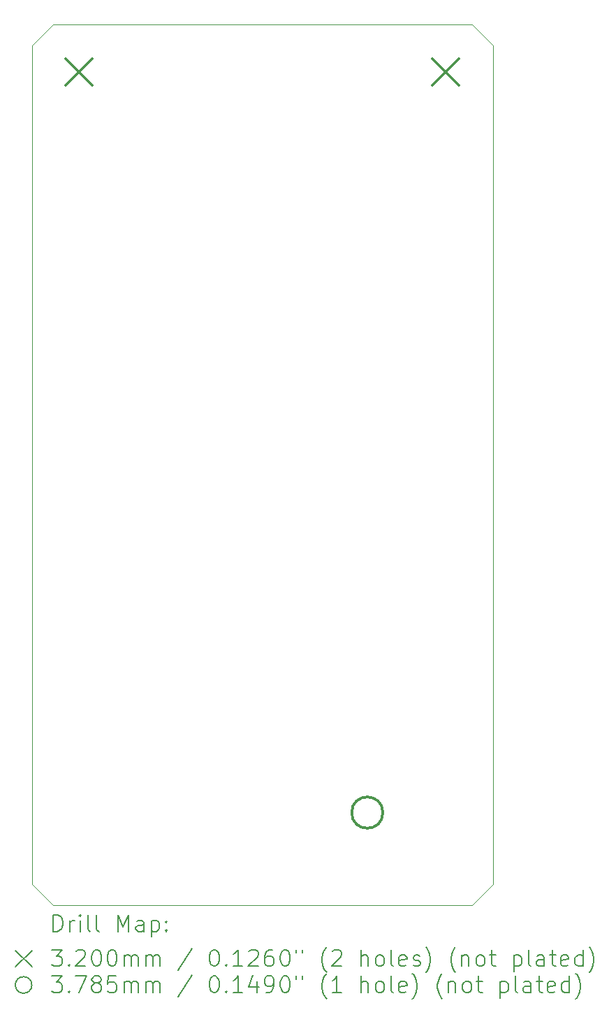
<source format=gbr>
%TF.GenerationSoftware,KiCad,Pcbnew,8.0.3*%
%TF.CreationDate,2024-08-19T01:24:25-04:00*%
%TF.ProjectId,smoke-detector-interface,736d6f6b-652d-4646-9574-6563746f722d,rev?*%
%TF.SameCoordinates,Original*%
%TF.FileFunction,Drillmap*%
%TF.FilePolarity,Positive*%
%FSLAX45Y45*%
G04 Gerber Fmt 4.5, Leading zero omitted, Abs format (unit mm)*
G04 Created by KiCad (PCBNEW 8.0.3) date 2024-08-19 01:24:25*
%MOMM*%
%LPD*%
G01*
G04 APERTURE LIST*
%ADD10C,0.050000*%
%ADD11C,0.200000*%
%ADD12C,0.320000*%
%ADD13C,0.378460*%
G04 APERTURE END LIST*
D10*
X15367000Y-5588000D02*
X15367000Y-15748000D01*
X15113000Y-16002000D01*
X10033000Y-16002000D01*
X9779000Y-15748000D01*
X9779000Y-5588000D01*
X10033000Y-5334000D01*
X15113000Y-5334000D01*
X15367000Y-5588000D01*
D11*
D12*
X10190500Y-5745500D02*
X10510500Y-6065500D01*
X10510500Y-5745500D02*
X10190500Y-6065500D01*
X14635500Y-5745500D02*
X14955500Y-6065500D01*
X14955500Y-5745500D02*
X14635500Y-6065500D01*
D13*
X14032230Y-14876780D02*
G75*
G02*
X13653770Y-14876780I-189230J0D01*
G01*
X13653770Y-14876780D02*
G75*
G02*
X14032230Y-14876780I189230J0D01*
G01*
D11*
X10037277Y-16315984D02*
X10037277Y-16115984D01*
X10037277Y-16115984D02*
X10084896Y-16115984D01*
X10084896Y-16115984D02*
X10113467Y-16125508D01*
X10113467Y-16125508D02*
X10132515Y-16144555D01*
X10132515Y-16144555D02*
X10142039Y-16163603D01*
X10142039Y-16163603D02*
X10151563Y-16201698D01*
X10151563Y-16201698D02*
X10151563Y-16230269D01*
X10151563Y-16230269D02*
X10142039Y-16268365D01*
X10142039Y-16268365D02*
X10132515Y-16287412D01*
X10132515Y-16287412D02*
X10113467Y-16306460D01*
X10113467Y-16306460D02*
X10084896Y-16315984D01*
X10084896Y-16315984D02*
X10037277Y-16315984D01*
X10237277Y-16315984D02*
X10237277Y-16182650D01*
X10237277Y-16220746D02*
X10246801Y-16201698D01*
X10246801Y-16201698D02*
X10256324Y-16192174D01*
X10256324Y-16192174D02*
X10275372Y-16182650D01*
X10275372Y-16182650D02*
X10294420Y-16182650D01*
X10361086Y-16315984D02*
X10361086Y-16182650D01*
X10361086Y-16115984D02*
X10351563Y-16125508D01*
X10351563Y-16125508D02*
X10361086Y-16135031D01*
X10361086Y-16135031D02*
X10370610Y-16125508D01*
X10370610Y-16125508D02*
X10361086Y-16115984D01*
X10361086Y-16115984D02*
X10361086Y-16135031D01*
X10484896Y-16315984D02*
X10465848Y-16306460D01*
X10465848Y-16306460D02*
X10456324Y-16287412D01*
X10456324Y-16287412D02*
X10456324Y-16115984D01*
X10589658Y-16315984D02*
X10570610Y-16306460D01*
X10570610Y-16306460D02*
X10561086Y-16287412D01*
X10561086Y-16287412D02*
X10561086Y-16115984D01*
X10818229Y-16315984D02*
X10818229Y-16115984D01*
X10818229Y-16115984D02*
X10884896Y-16258841D01*
X10884896Y-16258841D02*
X10951563Y-16115984D01*
X10951563Y-16115984D02*
X10951563Y-16315984D01*
X11132515Y-16315984D02*
X11132515Y-16211222D01*
X11132515Y-16211222D02*
X11122991Y-16192174D01*
X11122991Y-16192174D02*
X11103944Y-16182650D01*
X11103944Y-16182650D02*
X11065848Y-16182650D01*
X11065848Y-16182650D02*
X11046801Y-16192174D01*
X11132515Y-16306460D02*
X11113467Y-16315984D01*
X11113467Y-16315984D02*
X11065848Y-16315984D01*
X11065848Y-16315984D02*
X11046801Y-16306460D01*
X11046801Y-16306460D02*
X11037277Y-16287412D01*
X11037277Y-16287412D02*
X11037277Y-16268365D01*
X11037277Y-16268365D02*
X11046801Y-16249317D01*
X11046801Y-16249317D02*
X11065848Y-16239793D01*
X11065848Y-16239793D02*
X11113467Y-16239793D01*
X11113467Y-16239793D02*
X11132515Y-16230269D01*
X11227753Y-16182650D02*
X11227753Y-16382650D01*
X11227753Y-16192174D02*
X11246801Y-16182650D01*
X11246801Y-16182650D02*
X11284896Y-16182650D01*
X11284896Y-16182650D02*
X11303943Y-16192174D01*
X11303943Y-16192174D02*
X11313467Y-16201698D01*
X11313467Y-16201698D02*
X11322991Y-16220746D01*
X11322991Y-16220746D02*
X11322991Y-16277888D01*
X11322991Y-16277888D02*
X11313467Y-16296936D01*
X11313467Y-16296936D02*
X11303943Y-16306460D01*
X11303943Y-16306460D02*
X11284896Y-16315984D01*
X11284896Y-16315984D02*
X11246801Y-16315984D01*
X11246801Y-16315984D02*
X11227753Y-16306460D01*
X11408705Y-16296936D02*
X11418229Y-16306460D01*
X11418229Y-16306460D02*
X11408705Y-16315984D01*
X11408705Y-16315984D02*
X11399182Y-16306460D01*
X11399182Y-16306460D02*
X11408705Y-16296936D01*
X11408705Y-16296936D02*
X11408705Y-16315984D01*
X11408705Y-16192174D02*
X11418229Y-16201698D01*
X11418229Y-16201698D02*
X11408705Y-16211222D01*
X11408705Y-16211222D02*
X11399182Y-16201698D01*
X11399182Y-16201698D02*
X11408705Y-16192174D01*
X11408705Y-16192174D02*
X11408705Y-16211222D01*
X9576500Y-16544500D02*
X9776500Y-16744500D01*
X9776500Y-16544500D02*
X9576500Y-16744500D01*
X10018229Y-16535984D02*
X10142039Y-16535984D01*
X10142039Y-16535984D02*
X10075372Y-16612174D01*
X10075372Y-16612174D02*
X10103944Y-16612174D01*
X10103944Y-16612174D02*
X10122991Y-16621698D01*
X10122991Y-16621698D02*
X10132515Y-16631222D01*
X10132515Y-16631222D02*
X10142039Y-16650269D01*
X10142039Y-16650269D02*
X10142039Y-16697888D01*
X10142039Y-16697888D02*
X10132515Y-16716936D01*
X10132515Y-16716936D02*
X10122991Y-16726460D01*
X10122991Y-16726460D02*
X10103944Y-16735984D01*
X10103944Y-16735984D02*
X10046801Y-16735984D01*
X10046801Y-16735984D02*
X10027753Y-16726460D01*
X10027753Y-16726460D02*
X10018229Y-16716936D01*
X10227753Y-16716936D02*
X10237277Y-16726460D01*
X10237277Y-16726460D02*
X10227753Y-16735984D01*
X10227753Y-16735984D02*
X10218229Y-16726460D01*
X10218229Y-16726460D02*
X10227753Y-16716936D01*
X10227753Y-16716936D02*
X10227753Y-16735984D01*
X10313467Y-16555031D02*
X10322991Y-16545508D01*
X10322991Y-16545508D02*
X10342039Y-16535984D01*
X10342039Y-16535984D02*
X10389658Y-16535984D01*
X10389658Y-16535984D02*
X10408705Y-16545508D01*
X10408705Y-16545508D02*
X10418229Y-16555031D01*
X10418229Y-16555031D02*
X10427753Y-16574079D01*
X10427753Y-16574079D02*
X10427753Y-16593127D01*
X10427753Y-16593127D02*
X10418229Y-16621698D01*
X10418229Y-16621698D02*
X10303944Y-16735984D01*
X10303944Y-16735984D02*
X10427753Y-16735984D01*
X10551563Y-16535984D02*
X10570610Y-16535984D01*
X10570610Y-16535984D02*
X10589658Y-16545508D01*
X10589658Y-16545508D02*
X10599182Y-16555031D01*
X10599182Y-16555031D02*
X10608705Y-16574079D01*
X10608705Y-16574079D02*
X10618229Y-16612174D01*
X10618229Y-16612174D02*
X10618229Y-16659793D01*
X10618229Y-16659793D02*
X10608705Y-16697888D01*
X10608705Y-16697888D02*
X10599182Y-16716936D01*
X10599182Y-16716936D02*
X10589658Y-16726460D01*
X10589658Y-16726460D02*
X10570610Y-16735984D01*
X10570610Y-16735984D02*
X10551563Y-16735984D01*
X10551563Y-16735984D02*
X10532515Y-16726460D01*
X10532515Y-16726460D02*
X10522991Y-16716936D01*
X10522991Y-16716936D02*
X10513467Y-16697888D01*
X10513467Y-16697888D02*
X10503944Y-16659793D01*
X10503944Y-16659793D02*
X10503944Y-16612174D01*
X10503944Y-16612174D02*
X10513467Y-16574079D01*
X10513467Y-16574079D02*
X10522991Y-16555031D01*
X10522991Y-16555031D02*
X10532515Y-16545508D01*
X10532515Y-16545508D02*
X10551563Y-16535984D01*
X10742039Y-16535984D02*
X10761086Y-16535984D01*
X10761086Y-16535984D02*
X10780134Y-16545508D01*
X10780134Y-16545508D02*
X10789658Y-16555031D01*
X10789658Y-16555031D02*
X10799182Y-16574079D01*
X10799182Y-16574079D02*
X10808705Y-16612174D01*
X10808705Y-16612174D02*
X10808705Y-16659793D01*
X10808705Y-16659793D02*
X10799182Y-16697888D01*
X10799182Y-16697888D02*
X10789658Y-16716936D01*
X10789658Y-16716936D02*
X10780134Y-16726460D01*
X10780134Y-16726460D02*
X10761086Y-16735984D01*
X10761086Y-16735984D02*
X10742039Y-16735984D01*
X10742039Y-16735984D02*
X10722991Y-16726460D01*
X10722991Y-16726460D02*
X10713467Y-16716936D01*
X10713467Y-16716936D02*
X10703944Y-16697888D01*
X10703944Y-16697888D02*
X10694420Y-16659793D01*
X10694420Y-16659793D02*
X10694420Y-16612174D01*
X10694420Y-16612174D02*
X10703944Y-16574079D01*
X10703944Y-16574079D02*
X10713467Y-16555031D01*
X10713467Y-16555031D02*
X10722991Y-16545508D01*
X10722991Y-16545508D02*
X10742039Y-16535984D01*
X10894420Y-16735984D02*
X10894420Y-16602650D01*
X10894420Y-16621698D02*
X10903944Y-16612174D01*
X10903944Y-16612174D02*
X10922991Y-16602650D01*
X10922991Y-16602650D02*
X10951563Y-16602650D01*
X10951563Y-16602650D02*
X10970610Y-16612174D01*
X10970610Y-16612174D02*
X10980134Y-16631222D01*
X10980134Y-16631222D02*
X10980134Y-16735984D01*
X10980134Y-16631222D02*
X10989658Y-16612174D01*
X10989658Y-16612174D02*
X11008705Y-16602650D01*
X11008705Y-16602650D02*
X11037277Y-16602650D01*
X11037277Y-16602650D02*
X11056325Y-16612174D01*
X11056325Y-16612174D02*
X11065848Y-16631222D01*
X11065848Y-16631222D02*
X11065848Y-16735984D01*
X11161086Y-16735984D02*
X11161086Y-16602650D01*
X11161086Y-16621698D02*
X11170610Y-16612174D01*
X11170610Y-16612174D02*
X11189658Y-16602650D01*
X11189658Y-16602650D02*
X11218229Y-16602650D01*
X11218229Y-16602650D02*
X11237277Y-16612174D01*
X11237277Y-16612174D02*
X11246801Y-16631222D01*
X11246801Y-16631222D02*
X11246801Y-16735984D01*
X11246801Y-16631222D02*
X11256324Y-16612174D01*
X11256324Y-16612174D02*
X11275372Y-16602650D01*
X11275372Y-16602650D02*
X11303943Y-16602650D01*
X11303943Y-16602650D02*
X11322991Y-16612174D01*
X11322991Y-16612174D02*
X11332515Y-16631222D01*
X11332515Y-16631222D02*
X11332515Y-16735984D01*
X11722991Y-16526460D02*
X11551563Y-16783603D01*
X11980134Y-16535984D02*
X11999182Y-16535984D01*
X11999182Y-16535984D02*
X12018229Y-16545508D01*
X12018229Y-16545508D02*
X12027753Y-16555031D01*
X12027753Y-16555031D02*
X12037277Y-16574079D01*
X12037277Y-16574079D02*
X12046801Y-16612174D01*
X12046801Y-16612174D02*
X12046801Y-16659793D01*
X12046801Y-16659793D02*
X12037277Y-16697888D01*
X12037277Y-16697888D02*
X12027753Y-16716936D01*
X12027753Y-16716936D02*
X12018229Y-16726460D01*
X12018229Y-16726460D02*
X11999182Y-16735984D01*
X11999182Y-16735984D02*
X11980134Y-16735984D01*
X11980134Y-16735984D02*
X11961086Y-16726460D01*
X11961086Y-16726460D02*
X11951563Y-16716936D01*
X11951563Y-16716936D02*
X11942039Y-16697888D01*
X11942039Y-16697888D02*
X11932515Y-16659793D01*
X11932515Y-16659793D02*
X11932515Y-16612174D01*
X11932515Y-16612174D02*
X11942039Y-16574079D01*
X11942039Y-16574079D02*
X11951563Y-16555031D01*
X11951563Y-16555031D02*
X11961086Y-16545508D01*
X11961086Y-16545508D02*
X11980134Y-16535984D01*
X12132515Y-16716936D02*
X12142039Y-16726460D01*
X12142039Y-16726460D02*
X12132515Y-16735984D01*
X12132515Y-16735984D02*
X12122991Y-16726460D01*
X12122991Y-16726460D02*
X12132515Y-16716936D01*
X12132515Y-16716936D02*
X12132515Y-16735984D01*
X12332515Y-16735984D02*
X12218229Y-16735984D01*
X12275372Y-16735984D02*
X12275372Y-16535984D01*
X12275372Y-16535984D02*
X12256325Y-16564555D01*
X12256325Y-16564555D02*
X12237277Y-16583603D01*
X12237277Y-16583603D02*
X12218229Y-16593127D01*
X12408706Y-16555031D02*
X12418229Y-16545508D01*
X12418229Y-16545508D02*
X12437277Y-16535984D01*
X12437277Y-16535984D02*
X12484896Y-16535984D01*
X12484896Y-16535984D02*
X12503944Y-16545508D01*
X12503944Y-16545508D02*
X12513467Y-16555031D01*
X12513467Y-16555031D02*
X12522991Y-16574079D01*
X12522991Y-16574079D02*
X12522991Y-16593127D01*
X12522991Y-16593127D02*
X12513467Y-16621698D01*
X12513467Y-16621698D02*
X12399182Y-16735984D01*
X12399182Y-16735984D02*
X12522991Y-16735984D01*
X12694420Y-16535984D02*
X12656325Y-16535984D01*
X12656325Y-16535984D02*
X12637277Y-16545508D01*
X12637277Y-16545508D02*
X12627753Y-16555031D01*
X12627753Y-16555031D02*
X12608706Y-16583603D01*
X12608706Y-16583603D02*
X12599182Y-16621698D01*
X12599182Y-16621698D02*
X12599182Y-16697888D01*
X12599182Y-16697888D02*
X12608706Y-16716936D01*
X12608706Y-16716936D02*
X12618229Y-16726460D01*
X12618229Y-16726460D02*
X12637277Y-16735984D01*
X12637277Y-16735984D02*
X12675372Y-16735984D01*
X12675372Y-16735984D02*
X12694420Y-16726460D01*
X12694420Y-16726460D02*
X12703944Y-16716936D01*
X12703944Y-16716936D02*
X12713467Y-16697888D01*
X12713467Y-16697888D02*
X12713467Y-16650269D01*
X12713467Y-16650269D02*
X12703944Y-16631222D01*
X12703944Y-16631222D02*
X12694420Y-16621698D01*
X12694420Y-16621698D02*
X12675372Y-16612174D01*
X12675372Y-16612174D02*
X12637277Y-16612174D01*
X12637277Y-16612174D02*
X12618229Y-16621698D01*
X12618229Y-16621698D02*
X12608706Y-16631222D01*
X12608706Y-16631222D02*
X12599182Y-16650269D01*
X12837277Y-16535984D02*
X12856325Y-16535984D01*
X12856325Y-16535984D02*
X12875372Y-16545508D01*
X12875372Y-16545508D02*
X12884896Y-16555031D01*
X12884896Y-16555031D02*
X12894420Y-16574079D01*
X12894420Y-16574079D02*
X12903944Y-16612174D01*
X12903944Y-16612174D02*
X12903944Y-16659793D01*
X12903944Y-16659793D02*
X12894420Y-16697888D01*
X12894420Y-16697888D02*
X12884896Y-16716936D01*
X12884896Y-16716936D02*
X12875372Y-16726460D01*
X12875372Y-16726460D02*
X12856325Y-16735984D01*
X12856325Y-16735984D02*
X12837277Y-16735984D01*
X12837277Y-16735984D02*
X12818229Y-16726460D01*
X12818229Y-16726460D02*
X12808706Y-16716936D01*
X12808706Y-16716936D02*
X12799182Y-16697888D01*
X12799182Y-16697888D02*
X12789658Y-16659793D01*
X12789658Y-16659793D02*
X12789658Y-16612174D01*
X12789658Y-16612174D02*
X12799182Y-16574079D01*
X12799182Y-16574079D02*
X12808706Y-16555031D01*
X12808706Y-16555031D02*
X12818229Y-16545508D01*
X12818229Y-16545508D02*
X12837277Y-16535984D01*
X12980134Y-16535984D02*
X12980134Y-16574079D01*
X13056325Y-16535984D02*
X13056325Y-16574079D01*
X13351563Y-16812174D02*
X13342039Y-16802650D01*
X13342039Y-16802650D02*
X13322991Y-16774079D01*
X13322991Y-16774079D02*
X13313468Y-16755031D01*
X13313468Y-16755031D02*
X13303944Y-16726460D01*
X13303944Y-16726460D02*
X13294420Y-16678841D01*
X13294420Y-16678841D02*
X13294420Y-16640746D01*
X13294420Y-16640746D02*
X13303944Y-16593127D01*
X13303944Y-16593127D02*
X13313468Y-16564555D01*
X13313468Y-16564555D02*
X13322991Y-16545508D01*
X13322991Y-16545508D02*
X13342039Y-16516936D01*
X13342039Y-16516936D02*
X13351563Y-16507412D01*
X13418229Y-16555031D02*
X13427753Y-16545508D01*
X13427753Y-16545508D02*
X13446801Y-16535984D01*
X13446801Y-16535984D02*
X13494420Y-16535984D01*
X13494420Y-16535984D02*
X13513468Y-16545508D01*
X13513468Y-16545508D02*
X13522991Y-16555031D01*
X13522991Y-16555031D02*
X13532515Y-16574079D01*
X13532515Y-16574079D02*
X13532515Y-16593127D01*
X13532515Y-16593127D02*
X13522991Y-16621698D01*
X13522991Y-16621698D02*
X13408706Y-16735984D01*
X13408706Y-16735984D02*
X13532515Y-16735984D01*
X13770610Y-16735984D02*
X13770610Y-16535984D01*
X13856325Y-16735984D02*
X13856325Y-16631222D01*
X13856325Y-16631222D02*
X13846801Y-16612174D01*
X13846801Y-16612174D02*
X13827753Y-16602650D01*
X13827753Y-16602650D02*
X13799182Y-16602650D01*
X13799182Y-16602650D02*
X13780134Y-16612174D01*
X13780134Y-16612174D02*
X13770610Y-16621698D01*
X13980134Y-16735984D02*
X13961087Y-16726460D01*
X13961087Y-16726460D02*
X13951563Y-16716936D01*
X13951563Y-16716936D02*
X13942039Y-16697888D01*
X13942039Y-16697888D02*
X13942039Y-16640746D01*
X13942039Y-16640746D02*
X13951563Y-16621698D01*
X13951563Y-16621698D02*
X13961087Y-16612174D01*
X13961087Y-16612174D02*
X13980134Y-16602650D01*
X13980134Y-16602650D02*
X14008706Y-16602650D01*
X14008706Y-16602650D02*
X14027753Y-16612174D01*
X14027753Y-16612174D02*
X14037277Y-16621698D01*
X14037277Y-16621698D02*
X14046801Y-16640746D01*
X14046801Y-16640746D02*
X14046801Y-16697888D01*
X14046801Y-16697888D02*
X14037277Y-16716936D01*
X14037277Y-16716936D02*
X14027753Y-16726460D01*
X14027753Y-16726460D02*
X14008706Y-16735984D01*
X14008706Y-16735984D02*
X13980134Y-16735984D01*
X14161087Y-16735984D02*
X14142039Y-16726460D01*
X14142039Y-16726460D02*
X14132515Y-16707412D01*
X14132515Y-16707412D02*
X14132515Y-16535984D01*
X14313468Y-16726460D02*
X14294420Y-16735984D01*
X14294420Y-16735984D02*
X14256325Y-16735984D01*
X14256325Y-16735984D02*
X14237277Y-16726460D01*
X14237277Y-16726460D02*
X14227753Y-16707412D01*
X14227753Y-16707412D02*
X14227753Y-16631222D01*
X14227753Y-16631222D02*
X14237277Y-16612174D01*
X14237277Y-16612174D02*
X14256325Y-16602650D01*
X14256325Y-16602650D02*
X14294420Y-16602650D01*
X14294420Y-16602650D02*
X14313468Y-16612174D01*
X14313468Y-16612174D02*
X14322991Y-16631222D01*
X14322991Y-16631222D02*
X14322991Y-16650269D01*
X14322991Y-16650269D02*
X14227753Y-16669317D01*
X14399182Y-16726460D02*
X14418230Y-16735984D01*
X14418230Y-16735984D02*
X14456325Y-16735984D01*
X14456325Y-16735984D02*
X14475372Y-16726460D01*
X14475372Y-16726460D02*
X14484896Y-16707412D01*
X14484896Y-16707412D02*
X14484896Y-16697888D01*
X14484896Y-16697888D02*
X14475372Y-16678841D01*
X14475372Y-16678841D02*
X14456325Y-16669317D01*
X14456325Y-16669317D02*
X14427753Y-16669317D01*
X14427753Y-16669317D02*
X14408706Y-16659793D01*
X14408706Y-16659793D02*
X14399182Y-16640746D01*
X14399182Y-16640746D02*
X14399182Y-16631222D01*
X14399182Y-16631222D02*
X14408706Y-16612174D01*
X14408706Y-16612174D02*
X14427753Y-16602650D01*
X14427753Y-16602650D02*
X14456325Y-16602650D01*
X14456325Y-16602650D02*
X14475372Y-16612174D01*
X14551563Y-16812174D02*
X14561087Y-16802650D01*
X14561087Y-16802650D02*
X14580134Y-16774079D01*
X14580134Y-16774079D02*
X14589658Y-16755031D01*
X14589658Y-16755031D02*
X14599182Y-16726460D01*
X14599182Y-16726460D02*
X14608706Y-16678841D01*
X14608706Y-16678841D02*
X14608706Y-16640746D01*
X14608706Y-16640746D02*
X14599182Y-16593127D01*
X14599182Y-16593127D02*
X14589658Y-16564555D01*
X14589658Y-16564555D02*
X14580134Y-16545508D01*
X14580134Y-16545508D02*
X14561087Y-16516936D01*
X14561087Y-16516936D02*
X14551563Y-16507412D01*
X14913468Y-16812174D02*
X14903944Y-16802650D01*
X14903944Y-16802650D02*
X14884896Y-16774079D01*
X14884896Y-16774079D02*
X14875372Y-16755031D01*
X14875372Y-16755031D02*
X14865849Y-16726460D01*
X14865849Y-16726460D02*
X14856325Y-16678841D01*
X14856325Y-16678841D02*
X14856325Y-16640746D01*
X14856325Y-16640746D02*
X14865849Y-16593127D01*
X14865849Y-16593127D02*
X14875372Y-16564555D01*
X14875372Y-16564555D02*
X14884896Y-16545508D01*
X14884896Y-16545508D02*
X14903944Y-16516936D01*
X14903944Y-16516936D02*
X14913468Y-16507412D01*
X14989658Y-16602650D02*
X14989658Y-16735984D01*
X14989658Y-16621698D02*
X14999182Y-16612174D01*
X14999182Y-16612174D02*
X15018230Y-16602650D01*
X15018230Y-16602650D02*
X15046801Y-16602650D01*
X15046801Y-16602650D02*
X15065849Y-16612174D01*
X15065849Y-16612174D02*
X15075372Y-16631222D01*
X15075372Y-16631222D02*
X15075372Y-16735984D01*
X15199182Y-16735984D02*
X15180134Y-16726460D01*
X15180134Y-16726460D02*
X15170611Y-16716936D01*
X15170611Y-16716936D02*
X15161087Y-16697888D01*
X15161087Y-16697888D02*
X15161087Y-16640746D01*
X15161087Y-16640746D02*
X15170611Y-16621698D01*
X15170611Y-16621698D02*
X15180134Y-16612174D01*
X15180134Y-16612174D02*
X15199182Y-16602650D01*
X15199182Y-16602650D02*
X15227753Y-16602650D01*
X15227753Y-16602650D02*
X15246801Y-16612174D01*
X15246801Y-16612174D02*
X15256325Y-16621698D01*
X15256325Y-16621698D02*
X15265849Y-16640746D01*
X15265849Y-16640746D02*
X15265849Y-16697888D01*
X15265849Y-16697888D02*
X15256325Y-16716936D01*
X15256325Y-16716936D02*
X15246801Y-16726460D01*
X15246801Y-16726460D02*
X15227753Y-16735984D01*
X15227753Y-16735984D02*
X15199182Y-16735984D01*
X15322992Y-16602650D02*
X15399182Y-16602650D01*
X15351563Y-16535984D02*
X15351563Y-16707412D01*
X15351563Y-16707412D02*
X15361087Y-16726460D01*
X15361087Y-16726460D02*
X15380134Y-16735984D01*
X15380134Y-16735984D02*
X15399182Y-16735984D01*
X15618230Y-16602650D02*
X15618230Y-16802650D01*
X15618230Y-16612174D02*
X15637277Y-16602650D01*
X15637277Y-16602650D02*
X15675373Y-16602650D01*
X15675373Y-16602650D02*
X15694420Y-16612174D01*
X15694420Y-16612174D02*
X15703944Y-16621698D01*
X15703944Y-16621698D02*
X15713468Y-16640746D01*
X15713468Y-16640746D02*
X15713468Y-16697888D01*
X15713468Y-16697888D02*
X15703944Y-16716936D01*
X15703944Y-16716936D02*
X15694420Y-16726460D01*
X15694420Y-16726460D02*
X15675373Y-16735984D01*
X15675373Y-16735984D02*
X15637277Y-16735984D01*
X15637277Y-16735984D02*
X15618230Y-16726460D01*
X15827753Y-16735984D02*
X15808706Y-16726460D01*
X15808706Y-16726460D02*
X15799182Y-16707412D01*
X15799182Y-16707412D02*
X15799182Y-16535984D01*
X15989658Y-16735984D02*
X15989658Y-16631222D01*
X15989658Y-16631222D02*
X15980134Y-16612174D01*
X15980134Y-16612174D02*
X15961087Y-16602650D01*
X15961087Y-16602650D02*
X15922992Y-16602650D01*
X15922992Y-16602650D02*
X15903944Y-16612174D01*
X15989658Y-16726460D02*
X15970611Y-16735984D01*
X15970611Y-16735984D02*
X15922992Y-16735984D01*
X15922992Y-16735984D02*
X15903944Y-16726460D01*
X15903944Y-16726460D02*
X15894420Y-16707412D01*
X15894420Y-16707412D02*
X15894420Y-16688365D01*
X15894420Y-16688365D02*
X15903944Y-16669317D01*
X15903944Y-16669317D02*
X15922992Y-16659793D01*
X15922992Y-16659793D02*
X15970611Y-16659793D01*
X15970611Y-16659793D02*
X15989658Y-16650269D01*
X16056325Y-16602650D02*
X16132515Y-16602650D01*
X16084896Y-16535984D02*
X16084896Y-16707412D01*
X16084896Y-16707412D02*
X16094420Y-16726460D01*
X16094420Y-16726460D02*
X16113468Y-16735984D01*
X16113468Y-16735984D02*
X16132515Y-16735984D01*
X16275373Y-16726460D02*
X16256325Y-16735984D01*
X16256325Y-16735984D02*
X16218230Y-16735984D01*
X16218230Y-16735984D02*
X16199182Y-16726460D01*
X16199182Y-16726460D02*
X16189658Y-16707412D01*
X16189658Y-16707412D02*
X16189658Y-16631222D01*
X16189658Y-16631222D02*
X16199182Y-16612174D01*
X16199182Y-16612174D02*
X16218230Y-16602650D01*
X16218230Y-16602650D02*
X16256325Y-16602650D01*
X16256325Y-16602650D02*
X16275373Y-16612174D01*
X16275373Y-16612174D02*
X16284896Y-16631222D01*
X16284896Y-16631222D02*
X16284896Y-16650269D01*
X16284896Y-16650269D02*
X16189658Y-16669317D01*
X16456325Y-16735984D02*
X16456325Y-16535984D01*
X16456325Y-16726460D02*
X16437277Y-16735984D01*
X16437277Y-16735984D02*
X16399182Y-16735984D01*
X16399182Y-16735984D02*
X16380134Y-16726460D01*
X16380134Y-16726460D02*
X16370611Y-16716936D01*
X16370611Y-16716936D02*
X16361087Y-16697888D01*
X16361087Y-16697888D02*
X16361087Y-16640746D01*
X16361087Y-16640746D02*
X16370611Y-16621698D01*
X16370611Y-16621698D02*
X16380134Y-16612174D01*
X16380134Y-16612174D02*
X16399182Y-16602650D01*
X16399182Y-16602650D02*
X16437277Y-16602650D01*
X16437277Y-16602650D02*
X16456325Y-16612174D01*
X16532515Y-16812174D02*
X16542039Y-16802650D01*
X16542039Y-16802650D02*
X16561087Y-16774079D01*
X16561087Y-16774079D02*
X16570611Y-16755031D01*
X16570611Y-16755031D02*
X16580134Y-16726460D01*
X16580134Y-16726460D02*
X16589658Y-16678841D01*
X16589658Y-16678841D02*
X16589658Y-16640746D01*
X16589658Y-16640746D02*
X16580134Y-16593127D01*
X16580134Y-16593127D02*
X16570611Y-16564555D01*
X16570611Y-16564555D02*
X16561087Y-16545508D01*
X16561087Y-16545508D02*
X16542039Y-16516936D01*
X16542039Y-16516936D02*
X16532515Y-16507412D01*
X9776500Y-16964500D02*
G75*
G02*
X9576500Y-16964500I-100000J0D01*
G01*
X9576500Y-16964500D02*
G75*
G02*
X9776500Y-16964500I100000J0D01*
G01*
X10018229Y-16855984D02*
X10142039Y-16855984D01*
X10142039Y-16855984D02*
X10075372Y-16932174D01*
X10075372Y-16932174D02*
X10103944Y-16932174D01*
X10103944Y-16932174D02*
X10122991Y-16941698D01*
X10122991Y-16941698D02*
X10132515Y-16951222D01*
X10132515Y-16951222D02*
X10142039Y-16970270D01*
X10142039Y-16970270D02*
X10142039Y-17017889D01*
X10142039Y-17017889D02*
X10132515Y-17036936D01*
X10132515Y-17036936D02*
X10122991Y-17046460D01*
X10122991Y-17046460D02*
X10103944Y-17055984D01*
X10103944Y-17055984D02*
X10046801Y-17055984D01*
X10046801Y-17055984D02*
X10027753Y-17046460D01*
X10027753Y-17046460D02*
X10018229Y-17036936D01*
X10227753Y-17036936D02*
X10237277Y-17046460D01*
X10237277Y-17046460D02*
X10227753Y-17055984D01*
X10227753Y-17055984D02*
X10218229Y-17046460D01*
X10218229Y-17046460D02*
X10227753Y-17036936D01*
X10227753Y-17036936D02*
X10227753Y-17055984D01*
X10303944Y-16855984D02*
X10437277Y-16855984D01*
X10437277Y-16855984D02*
X10351563Y-17055984D01*
X10542039Y-16941698D02*
X10522991Y-16932174D01*
X10522991Y-16932174D02*
X10513467Y-16922650D01*
X10513467Y-16922650D02*
X10503944Y-16903603D01*
X10503944Y-16903603D02*
X10503944Y-16894079D01*
X10503944Y-16894079D02*
X10513467Y-16875031D01*
X10513467Y-16875031D02*
X10522991Y-16865508D01*
X10522991Y-16865508D02*
X10542039Y-16855984D01*
X10542039Y-16855984D02*
X10580134Y-16855984D01*
X10580134Y-16855984D02*
X10599182Y-16865508D01*
X10599182Y-16865508D02*
X10608705Y-16875031D01*
X10608705Y-16875031D02*
X10618229Y-16894079D01*
X10618229Y-16894079D02*
X10618229Y-16903603D01*
X10618229Y-16903603D02*
X10608705Y-16922650D01*
X10608705Y-16922650D02*
X10599182Y-16932174D01*
X10599182Y-16932174D02*
X10580134Y-16941698D01*
X10580134Y-16941698D02*
X10542039Y-16941698D01*
X10542039Y-16941698D02*
X10522991Y-16951222D01*
X10522991Y-16951222D02*
X10513467Y-16960746D01*
X10513467Y-16960746D02*
X10503944Y-16979793D01*
X10503944Y-16979793D02*
X10503944Y-17017889D01*
X10503944Y-17017889D02*
X10513467Y-17036936D01*
X10513467Y-17036936D02*
X10522991Y-17046460D01*
X10522991Y-17046460D02*
X10542039Y-17055984D01*
X10542039Y-17055984D02*
X10580134Y-17055984D01*
X10580134Y-17055984D02*
X10599182Y-17046460D01*
X10599182Y-17046460D02*
X10608705Y-17036936D01*
X10608705Y-17036936D02*
X10618229Y-17017889D01*
X10618229Y-17017889D02*
X10618229Y-16979793D01*
X10618229Y-16979793D02*
X10608705Y-16960746D01*
X10608705Y-16960746D02*
X10599182Y-16951222D01*
X10599182Y-16951222D02*
X10580134Y-16941698D01*
X10799182Y-16855984D02*
X10703944Y-16855984D01*
X10703944Y-16855984D02*
X10694420Y-16951222D01*
X10694420Y-16951222D02*
X10703944Y-16941698D01*
X10703944Y-16941698D02*
X10722991Y-16932174D01*
X10722991Y-16932174D02*
X10770610Y-16932174D01*
X10770610Y-16932174D02*
X10789658Y-16941698D01*
X10789658Y-16941698D02*
X10799182Y-16951222D01*
X10799182Y-16951222D02*
X10808705Y-16970270D01*
X10808705Y-16970270D02*
X10808705Y-17017889D01*
X10808705Y-17017889D02*
X10799182Y-17036936D01*
X10799182Y-17036936D02*
X10789658Y-17046460D01*
X10789658Y-17046460D02*
X10770610Y-17055984D01*
X10770610Y-17055984D02*
X10722991Y-17055984D01*
X10722991Y-17055984D02*
X10703944Y-17046460D01*
X10703944Y-17046460D02*
X10694420Y-17036936D01*
X10894420Y-17055984D02*
X10894420Y-16922650D01*
X10894420Y-16941698D02*
X10903944Y-16932174D01*
X10903944Y-16932174D02*
X10922991Y-16922650D01*
X10922991Y-16922650D02*
X10951563Y-16922650D01*
X10951563Y-16922650D02*
X10970610Y-16932174D01*
X10970610Y-16932174D02*
X10980134Y-16951222D01*
X10980134Y-16951222D02*
X10980134Y-17055984D01*
X10980134Y-16951222D02*
X10989658Y-16932174D01*
X10989658Y-16932174D02*
X11008705Y-16922650D01*
X11008705Y-16922650D02*
X11037277Y-16922650D01*
X11037277Y-16922650D02*
X11056325Y-16932174D01*
X11056325Y-16932174D02*
X11065848Y-16951222D01*
X11065848Y-16951222D02*
X11065848Y-17055984D01*
X11161086Y-17055984D02*
X11161086Y-16922650D01*
X11161086Y-16941698D02*
X11170610Y-16932174D01*
X11170610Y-16932174D02*
X11189658Y-16922650D01*
X11189658Y-16922650D02*
X11218229Y-16922650D01*
X11218229Y-16922650D02*
X11237277Y-16932174D01*
X11237277Y-16932174D02*
X11246801Y-16951222D01*
X11246801Y-16951222D02*
X11246801Y-17055984D01*
X11246801Y-16951222D02*
X11256324Y-16932174D01*
X11256324Y-16932174D02*
X11275372Y-16922650D01*
X11275372Y-16922650D02*
X11303943Y-16922650D01*
X11303943Y-16922650D02*
X11322991Y-16932174D01*
X11322991Y-16932174D02*
X11332515Y-16951222D01*
X11332515Y-16951222D02*
X11332515Y-17055984D01*
X11722991Y-16846460D02*
X11551563Y-17103603D01*
X11980134Y-16855984D02*
X11999182Y-16855984D01*
X11999182Y-16855984D02*
X12018229Y-16865508D01*
X12018229Y-16865508D02*
X12027753Y-16875031D01*
X12027753Y-16875031D02*
X12037277Y-16894079D01*
X12037277Y-16894079D02*
X12046801Y-16932174D01*
X12046801Y-16932174D02*
X12046801Y-16979793D01*
X12046801Y-16979793D02*
X12037277Y-17017889D01*
X12037277Y-17017889D02*
X12027753Y-17036936D01*
X12027753Y-17036936D02*
X12018229Y-17046460D01*
X12018229Y-17046460D02*
X11999182Y-17055984D01*
X11999182Y-17055984D02*
X11980134Y-17055984D01*
X11980134Y-17055984D02*
X11961086Y-17046460D01*
X11961086Y-17046460D02*
X11951563Y-17036936D01*
X11951563Y-17036936D02*
X11942039Y-17017889D01*
X11942039Y-17017889D02*
X11932515Y-16979793D01*
X11932515Y-16979793D02*
X11932515Y-16932174D01*
X11932515Y-16932174D02*
X11942039Y-16894079D01*
X11942039Y-16894079D02*
X11951563Y-16875031D01*
X11951563Y-16875031D02*
X11961086Y-16865508D01*
X11961086Y-16865508D02*
X11980134Y-16855984D01*
X12132515Y-17036936D02*
X12142039Y-17046460D01*
X12142039Y-17046460D02*
X12132515Y-17055984D01*
X12132515Y-17055984D02*
X12122991Y-17046460D01*
X12122991Y-17046460D02*
X12132515Y-17036936D01*
X12132515Y-17036936D02*
X12132515Y-17055984D01*
X12332515Y-17055984D02*
X12218229Y-17055984D01*
X12275372Y-17055984D02*
X12275372Y-16855984D01*
X12275372Y-16855984D02*
X12256325Y-16884555D01*
X12256325Y-16884555D02*
X12237277Y-16903603D01*
X12237277Y-16903603D02*
X12218229Y-16913127D01*
X12503944Y-16922650D02*
X12503944Y-17055984D01*
X12456325Y-16846460D02*
X12408706Y-16989317D01*
X12408706Y-16989317D02*
X12532515Y-16989317D01*
X12618229Y-17055984D02*
X12656325Y-17055984D01*
X12656325Y-17055984D02*
X12675372Y-17046460D01*
X12675372Y-17046460D02*
X12684896Y-17036936D01*
X12684896Y-17036936D02*
X12703944Y-17008365D01*
X12703944Y-17008365D02*
X12713467Y-16970270D01*
X12713467Y-16970270D02*
X12713467Y-16894079D01*
X12713467Y-16894079D02*
X12703944Y-16875031D01*
X12703944Y-16875031D02*
X12694420Y-16865508D01*
X12694420Y-16865508D02*
X12675372Y-16855984D01*
X12675372Y-16855984D02*
X12637277Y-16855984D01*
X12637277Y-16855984D02*
X12618229Y-16865508D01*
X12618229Y-16865508D02*
X12608706Y-16875031D01*
X12608706Y-16875031D02*
X12599182Y-16894079D01*
X12599182Y-16894079D02*
X12599182Y-16941698D01*
X12599182Y-16941698D02*
X12608706Y-16960746D01*
X12608706Y-16960746D02*
X12618229Y-16970270D01*
X12618229Y-16970270D02*
X12637277Y-16979793D01*
X12637277Y-16979793D02*
X12675372Y-16979793D01*
X12675372Y-16979793D02*
X12694420Y-16970270D01*
X12694420Y-16970270D02*
X12703944Y-16960746D01*
X12703944Y-16960746D02*
X12713467Y-16941698D01*
X12837277Y-16855984D02*
X12856325Y-16855984D01*
X12856325Y-16855984D02*
X12875372Y-16865508D01*
X12875372Y-16865508D02*
X12884896Y-16875031D01*
X12884896Y-16875031D02*
X12894420Y-16894079D01*
X12894420Y-16894079D02*
X12903944Y-16932174D01*
X12903944Y-16932174D02*
X12903944Y-16979793D01*
X12903944Y-16979793D02*
X12894420Y-17017889D01*
X12894420Y-17017889D02*
X12884896Y-17036936D01*
X12884896Y-17036936D02*
X12875372Y-17046460D01*
X12875372Y-17046460D02*
X12856325Y-17055984D01*
X12856325Y-17055984D02*
X12837277Y-17055984D01*
X12837277Y-17055984D02*
X12818229Y-17046460D01*
X12818229Y-17046460D02*
X12808706Y-17036936D01*
X12808706Y-17036936D02*
X12799182Y-17017889D01*
X12799182Y-17017889D02*
X12789658Y-16979793D01*
X12789658Y-16979793D02*
X12789658Y-16932174D01*
X12789658Y-16932174D02*
X12799182Y-16894079D01*
X12799182Y-16894079D02*
X12808706Y-16875031D01*
X12808706Y-16875031D02*
X12818229Y-16865508D01*
X12818229Y-16865508D02*
X12837277Y-16855984D01*
X12980134Y-16855984D02*
X12980134Y-16894079D01*
X13056325Y-16855984D02*
X13056325Y-16894079D01*
X13351563Y-17132174D02*
X13342039Y-17122650D01*
X13342039Y-17122650D02*
X13322991Y-17094079D01*
X13322991Y-17094079D02*
X13313468Y-17075031D01*
X13313468Y-17075031D02*
X13303944Y-17046460D01*
X13303944Y-17046460D02*
X13294420Y-16998841D01*
X13294420Y-16998841D02*
X13294420Y-16960746D01*
X13294420Y-16960746D02*
X13303944Y-16913127D01*
X13303944Y-16913127D02*
X13313468Y-16884555D01*
X13313468Y-16884555D02*
X13322991Y-16865508D01*
X13322991Y-16865508D02*
X13342039Y-16836936D01*
X13342039Y-16836936D02*
X13351563Y-16827412D01*
X13532515Y-17055984D02*
X13418229Y-17055984D01*
X13475372Y-17055984D02*
X13475372Y-16855984D01*
X13475372Y-16855984D02*
X13456325Y-16884555D01*
X13456325Y-16884555D02*
X13437277Y-16903603D01*
X13437277Y-16903603D02*
X13418229Y-16913127D01*
X13770610Y-17055984D02*
X13770610Y-16855984D01*
X13856325Y-17055984D02*
X13856325Y-16951222D01*
X13856325Y-16951222D02*
X13846801Y-16932174D01*
X13846801Y-16932174D02*
X13827753Y-16922650D01*
X13827753Y-16922650D02*
X13799182Y-16922650D01*
X13799182Y-16922650D02*
X13780134Y-16932174D01*
X13780134Y-16932174D02*
X13770610Y-16941698D01*
X13980134Y-17055984D02*
X13961087Y-17046460D01*
X13961087Y-17046460D02*
X13951563Y-17036936D01*
X13951563Y-17036936D02*
X13942039Y-17017889D01*
X13942039Y-17017889D02*
X13942039Y-16960746D01*
X13942039Y-16960746D02*
X13951563Y-16941698D01*
X13951563Y-16941698D02*
X13961087Y-16932174D01*
X13961087Y-16932174D02*
X13980134Y-16922650D01*
X13980134Y-16922650D02*
X14008706Y-16922650D01*
X14008706Y-16922650D02*
X14027753Y-16932174D01*
X14027753Y-16932174D02*
X14037277Y-16941698D01*
X14037277Y-16941698D02*
X14046801Y-16960746D01*
X14046801Y-16960746D02*
X14046801Y-17017889D01*
X14046801Y-17017889D02*
X14037277Y-17036936D01*
X14037277Y-17036936D02*
X14027753Y-17046460D01*
X14027753Y-17046460D02*
X14008706Y-17055984D01*
X14008706Y-17055984D02*
X13980134Y-17055984D01*
X14161087Y-17055984D02*
X14142039Y-17046460D01*
X14142039Y-17046460D02*
X14132515Y-17027412D01*
X14132515Y-17027412D02*
X14132515Y-16855984D01*
X14313468Y-17046460D02*
X14294420Y-17055984D01*
X14294420Y-17055984D02*
X14256325Y-17055984D01*
X14256325Y-17055984D02*
X14237277Y-17046460D01*
X14237277Y-17046460D02*
X14227753Y-17027412D01*
X14227753Y-17027412D02*
X14227753Y-16951222D01*
X14227753Y-16951222D02*
X14237277Y-16932174D01*
X14237277Y-16932174D02*
X14256325Y-16922650D01*
X14256325Y-16922650D02*
X14294420Y-16922650D01*
X14294420Y-16922650D02*
X14313468Y-16932174D01*
X14313468Y-16932174D02*
X14322991Y-16951222D01*
X14322991Y-16951222D02*
X14322991Y-16970270D01*
X14322991Y-16970270D02*
X14227753Y-16989317D01*
X14389658Y-17132174D02*
X14399182Y-17122650D01*
X14399182Y-17122650D02*
X14418230Y-17094079D01*
X14418230Y-17094079D02*
X14427753Y-17075031D01*
X14427753Y-17075031D02*
X14437277Y-17046460D01*
X14437277Y-17046460D02*
X14446801Y-16998841D01*
X14446801Y-16998841D02*
X14446801Y-16960746D01*
X14446801Y-16960746D02*
X14437277Y-16913127D01*
X14437277Y-16913127D02*
X14427753Y-16884555D01*
X14427753Y-16884555D02*
X14418230Y-16865508D01*
X14418230Y-16865508D02*
X14399182Y-16836936D01*
X14399182Y-16836936D02*
X14389658Y-16827412D01*
X14751563Y-17132174D02*
X14742039Y-17122650D01*
X14742039Y-17122650D02*
X14722991Y-17094079D01*
X14722991Y-17094079D02*
X14713468Y-17075031D01*
X14713468Y-17075031D02*
X14703944Y-17046460D01*
X14703944Y-17046460D02*
X14694420Y-16998841D01*
X14694420Y-16998841D02*
X14694420Y-16960746D01*
X14694420Y-16960746D02*
X14703944Y-16913127D01*
X14703944Y-16913127D02*
X14713468Y-16884555D01*
X14713468Y-16884555D02*
X14722991Y-16865508D01*
X14722991Y-16865508D02*
X14742039Y-16836936D01*
X14742039Y-16836936D02*
X14751563Y-16827412D01*
X14827753Y-16922650D02*
X14827753Y-17055984D01*
X14827753Y-16941698D02*
X14837277Y-16932174D01*
X14837277Y-16932174D02*
X14856325Y-16922650D01*
X14856325Y-16922650D02*
X14884896Y-16922650D01*
X14884896Y-16922650D02*
X14903944Y-16932174D01*
X14903944Y-16932174D02*
X14913468Y-16951222D01*
X14913468Y-16951222D02*
X14913468Y-17055984D01*
X15037277Y-17055984D02*
X15018230Y-17046460D01*
X15018230Y-17046460D02*
X15008706Y-17036936D01*
X15008706Y-17036936D02*
X14999182Y-17017889D01*
X14999182Y-17017889D02*
X14999182Y-16960746D01*
X14999182Y-16960746D02*
X15008706Y-16941698D01*
X15008706Y-16941698D02*
X15018230Y-16932174D01*
X15018230Y-16932174D02*
X15037277Y-16922650D01*
X15037277Y-16922650D02*
X15065849Y-16922650D01*
X15065849Y-16922650D02*
X15084896Y-16932174D01*
X15084896Y-16932174D02*
X15094420Y-16941698D01*
X15094420Y-16941698D02*
X15103944Y-16960746D01*
X15103944Y-16960746D02*
X15103944Y-17017889D01*
X15103944Y-17017889D02*
X15094420Y-17036936D01*
X15094420Y-17036936D02*
X15084896Y-17046460D01*
X15084896Y-17046460D02*
X15065849Y-17055984D01*
X15065849Y-17055984D02*
X15037277Y-17055984D01*
X15161087Y-16922650D02*
X15237277Y-16922650D01*
X15189658Y-16855984D02*
X15189658Y-17027412D01*
X15189658Y-17027412D02*
X15199182Y-17046460D01*
X15199182Y-17046460D02*
X15218230Y-17055984D01*
X15218230Y-17055984D02*
X15237277Y-17055984D01*
X15456325Y-16922650D02*
X15456325Y-17122650D01*
X15456325Y-16932174D02*
X15475372Y-16922650D01*
X15475372Y-16922650D02*
X15513468Y-16922650D01*
X15513468Y-16922650D02*
X15532515Y-16932174D01*
X15532515Y-16932174D02*
X15542039Y-16941698D01*
X15542039Y-16941698D02*
X15551563Y-16960746D01*
X15551563Y-16960746D02*
X15551563Y-17017889D01*
X15551563Y-17017889D02*
X15542039Y-17036936D01*
X15542039Y-17036936D02*
X15532515Y-17046460D01*
X15532515Y-17046460D02*
X15513468Y-17055984D01*
X15513468Y-17055984D02*
X15475372Y-17055984D01*
X15475372Y-17055984D02*
X15456325Y-17046460D01*
X15665849Y-17055984D02*
X15646801Y-17046460D01*
X15646801Y-17046460D02*
X15637277Y-17027412D01*
X15637277Y-17027412D02*
X15637277Y-16855984D01*
X15827753Y-17055984D02*
X15827753Y-16951222D01*
X15827753Y-16951222D02*
X15818230Y-16932174D01*
X15818230Y-16932174D02*
X15799182Y-16922650D01*
X15799182Y-16922650D02*
X15761087Y-16922650D01*
X15761087Y-16922650D02*
X15742039Y-16932174D01*
X15827753Y-17046460D02*
X15808706Y-17055984D01*
X15808706Y-17055984D02*
X15761087Y-17055984D01*
X15761087Y-17055984D02*
X15742039Y-17046460D01*
X15742039Y-17046460D02*
X15732515Y-17027412D01*
X15732515Y-17027412D02*
X15732515Y-17008365D01*
X15732515Y-17008365D02*
X15742039Y-16989317D01*
X15742039Y-16989317D02*
X15761087Y-16979793D01*
X15761087Y-16979793D02*
X15808706Y-16979793D01*
X15808706Y-16979793D02*
X15827753Y-16970270D01*
X15894420Y-16922650D02*
X15970611Y-16922650D01*
X15922992Y-16855984D02*
X15922992Y-17027412D01*
X15922992Y-17027412D02*
X15932515Y-17046460D01*
X15932515Y-17046460D02*
X15951563Y-17055984D01*
X15951563Y-17055984D02*
X15970611Y-17055984D01*
X16113468Y-17046460D02*
X16094420Y-17055984D01*
X16094420Y-17055984D02*
X16056325Y-17055984D01*
X16056325Y-17055984D02*
X16037277Y-17046460D01*
X16037277Y-17046460D02*
X16027753Y-17027412D01*
X16027753Y-17027412D02*
X16027753Y-16951222D01*
X16027753Y-16951222D02*
X16037277Y-16932174D01*
X16037277Y-16932174D02*
X16056325Y-16922650D01*
X16056325Y-16922650D02*
X16094420Y-16922650D01*
X16094420Y-16922650D02*
X16113468Y-16932174D01*
X16113468Y-16932174D02*
X16122992Y-16951222D01*
X16122992Y-16951222D02*
X16122992Y-16970270D01*
X16122992Y-16970270D02*
X16027753Y-16989317D01*
X16294420Y-17055984D02*
X16294420Y-16855984D01*
X16294420Y-17046460D02*
X16275373Y-17055984D01*
X16275373Y-17055984D02*
X16237277Y-17055984D01*
X16237277Y-17055984D02*
X16218230Y-17046460D01*
X16218230Y-17046460D02*
X16208706Y-17036936D01*
X16208706Y-17036936D02*
X16199182Y-17017889D01*
X16199182Y-17017889D02*
X16199182Y-16960746D01*
X16199182Y-16960746D02*
X16208706Y-16941698D01*
X16208706Y-16941698D02*
X16218230Y-16932174D01*
X16218230Y-16932174D02*
X16237277Y-16922650D01*
X16237277Y-16922650D02*
X16275373Y-16922650D01*
X16275373Y-16922650D02*
X16294420Y-16932174D01*
X16370611Y-17132174D02*
X16380134Y-17122650D01*
X16380134Y-17122650D02*
X16399182Y-17094079D01*
X16399182Y-17094079D02*
X16408706Y-17075031D01*
X16408706Y-17075031D02*
X16418230Y-17046460D01*
X16418230Y-17046460D02*
X16427753Y-16998841D01*
X16427753Y-16998841D02*
X16427753Y-16960746D01*
X16427753Y-16960746D02*
X16418230Y-16913127D01*
X16418230Y-16913127D02*
X16408706Y-16884555D01*
X16408706Y-16884555D02*
X16399182Y-16865508D01*
X16399182Y-16865508D02*
X16380134Y-16836936D01*
X16380134Y-16836936D02*
X16370611Y-16827412D01*
M02*

</source>
